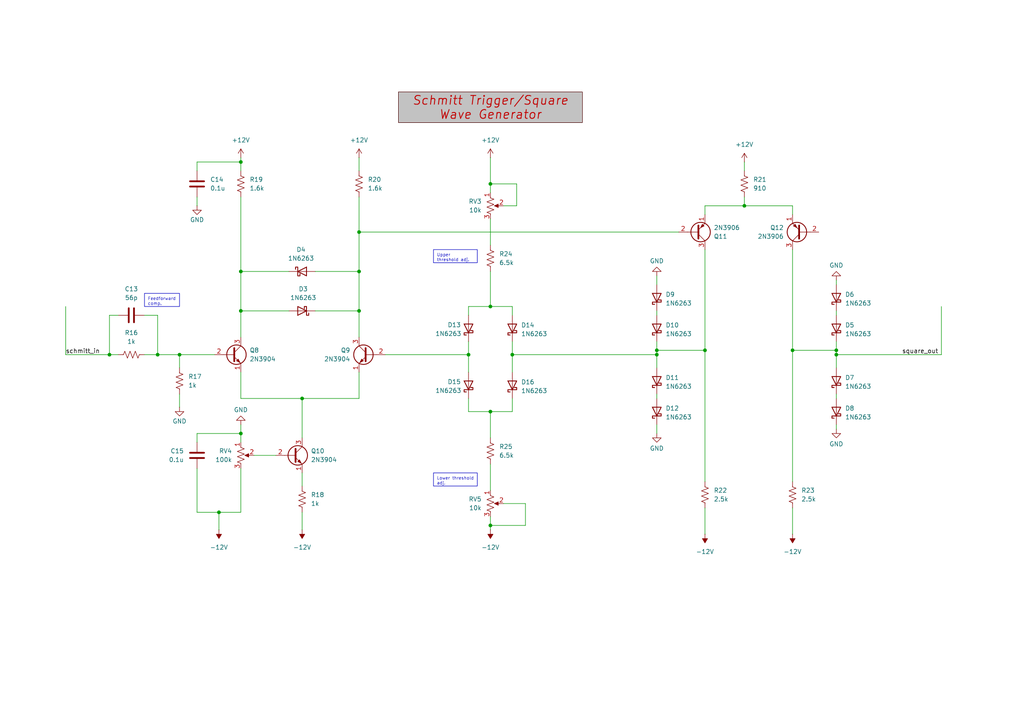
<source format=kicad_sch>
(kicad_sch (version 20250114) (generator "eeschema") (generator_version "9.0")
  (paper "A4")
  (lib_symbols
    (symbol "Device:C" (pin_numbers (hide yes)) (pin_names (offset 0.254))
      (property "Reference" "C" (at 0.635 2.54 0))
      (property "Value" "C" (at 0.635 -2.54 0))
      (symbol "C_0_1"
        (polyline (pts (xy -2.032 0.762) (xy 2.032 0.762)) (stroke (width 0.508)))
        (polyline (pts (xy -2.032 -0.762) (xy 2.032 -0.762)) (stroke (width 0.508)))
      )
      (symbol "C_1_1"
        (pin passive line (at 0 3.81 270) (length 2.794) (name "~") (number "1"))
        (pin passive line (at 0 -3.81 90) (length 2.794) (name "~") (number "2"))
      )
    )
    (symbol "Device:R_Potentiometer_US" (pin_names (offset 1.016) (hide yes))
      (property "Reference" "RV" (at -4.445 0 90))
      (property "Value" "R_Potentiometer_US" (at -2.54 0 90))
      (symbol "R_Potentiometer_US_0_1"
        (polyline (pts (xy 0 2.54) (xy 0 2.286)))
        (polyline (pts (xy 0 2.286) (xy 1.016 1.905) (xy 0 1.524) (xy -1.016 1.143) (xy 0 0.762)))
        (polyline (pts (xy 0 0.762) (xy 1.016 0.381) (xy 0 0) (xy -1.016 -0.381) (xy 0 -0.762)))
        (polyline (pts (xy 0 -0.762) (xy 1.016 -1.143) (xy 0 -1.524) (xy -1.016 -1.905) (xy 0 -2.286)))
        (polyline (pts (xy 0 -2.286) (xy 0 -2.54)))
        (polyline (pts (xy 1.143 0) (xy 2.286 0.508) (xy 2.286 -0.508) (xy 1.143 0)) (fill (type outline)))
        (polyline (pts (xy 2.54 0) (xy 1.524 0)))
      )
      (symbol "R_Potentiometer_US_1_1"
        (pin passive line (at 0 3.81 270) (length 1.27) (name "1") (number "1"))
        (pin passive line (at 0 -3.81 90) (length 1.27) (name "3") (number "3"))
        (pin passive line (at 3.81 0 180) (length 1.27) (name "2") (number "2"))
      )
    )
    (symbol "Device:R_US" (pin_numbers (hide yes)) (pin_names (offset 0))
      (property "Reference" "R" (at 2.54 0 90))
      (property "Value" "R_US" (at -2.54 0 90))
      (symbol "R_US_0_1"
        (polyline (pts (xy 0 2.286) (xy 0 2.54)))
        (polyline (pts (xy 0 2.286) (xy 1.016 1.905) (xy 0 1.524) (xy -1.016 1.143) (xy 0 0.762)))
        (polyline (pts (xy 0 0.762) (xy 1.016 0.381) (xy 0 0) (xy -1.016 -0.381) (xy 0 -0.762)))
        (polyline (pts (xy 0 -0.762) (xy 1.016 -1.143) (xy 0 -1.524) (xy -1.016 -1.905) (xy 0 -2.286)))
        (polyline (pts (xy 0 -2.286) (xy 0 -2.54)))
      )
      (symbol "R_US_1_1"
        (pin passive line (at 0 3.81 270) (length 1.27) (name "~") (number "1"))
        (pin passive line (at 0 -3.81 90) (length 1.27) (name "~") (number "2"))
      )
    )
    (symbol "Diode:1N6263" (pin_numbers (hide yes)) (pin_names (offset 1.016) (hide yes))
      (property "Reference" "D" (at 0 2.54 0))
      (property "Value" "1N6263" (at 0 -2.54 0))
      (symbol "1N6263_0_1"
        (polyline (pts (xy -1.905 0.635) (xy -1.905 1.27) (xy -1.27 1.27) (xy -1.27 -1.27) (xy -0.635 -1.27) (xy -0.635 -0.635)) (stroke (width 0.254)))
        (polyline (pts (xy 1.27 1.27) (xy 1.27 -1.27) (xy -1.27 0) (xy 1.27 1.27)) (stroke (width 0.254)))
        (polyline (pts (xy 1.27 0) (xy -1.27 0)))
      )
      (symbol "1N6263_1_1"
        (pin passive line (at -3.81 0 0) (length 2.54) (name "K") (number "1"))
        (pin passive line (at 3.81 0 180) (length 2.54) (name "A") (number "2"))
      )
    )
    (symbol "Transistor_BJT:2N3904" (pin_names (offset 0) (hide yes))
      (property "Reference" "Q" (at 5.08 1.905 0))
      (property "Value" "2N3904" (at 5.08 0 0))
      (symbol "2N3904_0_1"
        (polyline (pts (xy -2.54 0) (xy 0.635 0)))
        (polyline (pts (xy 0.635 1.905) (xy 0.635 -1.905)) (stroke (width 0.508)))
        (circle (center 1.27 0) (radius 2.8194) (stroke (width 0.254)))
      )
      (symbol "2N3904_1_1"
        (polyline (pts (xy 0.635 0.635) (xy 2.54 2.54)))
        (polyline (pts (xy 0.635 -0.635) (xy 2.54 -2.54)))
        (polyline (pts (xy 1.27 -1.778) (xy 1.778 -1.27) (xy 2.286 -2.286) (xy 1.27 -1.778)) (fill (type outline)))
        (pin input line (at -5.08 0 0) (length 2.54) (name "B") (number "2"))
        (pin passive line (at 2.54 5.08 270) (length 2.54) (name "C") (number "3"))
        (pin passive line (at 2.54 -5.08 90) (length 2.54) (name "E") (number "1"))
      )
    )
    (symbol "Transistor_BJT:2N3906" (pin_names (offset 0) (hide yes))
      (property "Reference" "Q" (at 5.08 1.905 0))
      (property "Value" "2N3906" (at 5.08 0 0))
      (symbol "2N3906_0_1"
        (polyline (pts (xy -2.54 0) (xy 0.635 0)))
        (polyline (pts (xy 0.635 1.905) (xy 0.635 -1.905)) (stroke (width 0.508)))
        (polyline (pts (xy 0.635 0.635) (xy 2.54 2.54)))
        (polyline (pts (xy 0.635 -0.635) (xy 2.54 -2.54)))
        (circle (center 1.27 0) (radius 2.8194) (stroke (width 0.254)))
        (polyline (pts (xy 2.286 -1.778) (xy 1.778 -2.286) (xy 1.27 -1.27) (xy 2.286 -1.778)) (fill (type outline)))
      )
      (symbol "2N3906_1_1"
        (pin input line (at -5.08 0 0) (length 2.54) (name "B") (number "2"))
        (pin passive line (at 2.54 5.08 270) (length 2.54) (name "C") (number "3"))
        (pin passive line (at 2.54 -5.08 90) (length 2.54) (name "E") (number "1"))
      )
    )
    (symbol "power:+12V" (power) (pin_numbers (hide yes)) (pin_names (offset 0) (hide yes))
      (property "Value" "+12V" (at 0 3.556 0))
      (symbol "+12V_0_1"
        (polyline (pts (xy -0.762 1.27) (xy 0 2.54)))
        (polyline (pts (xy 0 2.54) (xy 0.762 1.27)))
        (polyline (pts (xy 0 0) (xy 0 2.54)))
      )
      (symbol "+12V_1_1"
        (pin power_in line (at 0 0 90) (length 0) (name "~") (number "1"))
      )
    )
    (symbol "power:-12V" (power) (pin_numbers (hide yes)) (pin_names (offset 0) (hide yes))
      (property "Value" "-12V" (at 0 3.556 0))
      (symbol "-12V_0_0"
        (pin power_in line (at 0 0 90) (length 0) (name "~") (number "1"))
      )
      (symbol "-12V_0_1"
        (polyline (pts (xy 0 0) (xy 0 1.27) (xy 0.762 1.27) (xy 0 2.54) (xy -0.762 1.27) (xy 0 1.27)) (fill (type outline)))
      )
    )
    (symbol "power:GND" (power) (pin_numbers (hide yes)) (pin_names (offset 0) (hide yes))
      (property "Value" "GND" (at 0 -3.81 0))
      (symbol "GND_0_1"
        (polyline (pts (xy 0 0) (xy 0 -1.27) (xy 1.27 -1.27) (xy 0 -2.54) (xy -1.27 -1.27) (xy 0 -1.27)))
      )
      (symbol "GND_1_1"
        (pin power_in line (at 0 0 270) (length 0) (name "~") (number "1"))
      )
    )
  )
  (text_box "Feedforward comp." (at 41.91 85.09 0) (size 10.16 3.81) (margins 0.9525 0.9525 0.9525 0.9525) (effects (font (size 0.889 0.889) (thickness 0.0953)) (justify left top)))
  (text_box "Lower threshold adj.\n" (at 125.73 137.16 0) (size 12.7 3.81) (margins 0.9525 0.9525 0.9525 0.9525) (effects (font (size 0.889 0.889) (thickness 0.0953)) (justify left top)))
  (text_box "Schmitt Trigger/Square Wave Generator\n" (at 115.57 26.67 0) (size 53.34 8.89) (margins 0.9525 0.9525 0.9525 0.9525) (stroke (width 0) (color 72 0 0 1)) (fill (type color) (color 194 194 194 1)) (effects (font (size 2.54 2.54) (thickness 0.254) (bold yes) (italic yes))))
  (text_box "Upper threshold adj.\n" (at 125.73 72.39 0) (size 12.7 3.81) (margins 0.9525 0.9525 0.9525 0.9525) (effects (font (size 0.889 0.889) (thickness 0.0953)) (justify left top)))
  (junction (at 142.24 53.34))
  (junction (at 148.59 102.87))
  (junction (at 63.5 148.59))
  (junction (at 45.72 102.87))
  (junction (at 104.14 67.31))
  (junction (at 242.57 101.6))
  (junction (at 215.9 59.69))
  (junction (at 135.89 102.87))
  (junction (at 229.87 101.6))
  (junction (at 142.24 119.38))
  (junction (at 104.14 78.74))
  (junction (at 142.24 152.4))
  (junction (at 69.85 46.99))
  (junction (at 69.85 90.17))
  (junction (at 104.14 90.17))
  (junction (at 190.5 102.87))
  (junction (at 52.07 102.87))
  (junction (at 204.47 101.6))
  (junction (at 87.63 115.57))
  (junction (at 69.85 125.73))
  (junction (at 142.24 88.9))
  (junction (at 190.5 101.6))
  (junction (at 242.57 102.87))
  (junction (at 69.85 78.74))
  (junction (at 31.75 102.87))
  (wire (pts (xy 104.14 90.17) (xy 104.14 97.79)))
  (wire (pts (xy 104.14 57.15) (xy 104.14 67.31)))
  (wire (pts (xy 146.05 146.05) (xy 152.4 146.05)))
  (wire (pts (xy 57.15 135.89) (xy 57.15 148.59)))
  (wire (pts (xy 87.63 115.57) (xy 87.63 127)))
  (wire (pts (xy 142.24 45.72) (xy 142.24 53.34)))
  (wire (pts (xy 69.85 115.57) (xy 87.63 115.57)))
  (wire (pts (xy 149.86 53.34) (xy 149.86 59.69)))
  (wire (pts (xy 41.91 91.44) (xy 45.72 91.44)))
  (wire (pts (xy 135.89 91.44) (xy 135.89 88.9)))
  (wire (pts (xy 204.47 72.39) (xy 204.47 101.6)))
  (wire (pts (xy 52.07 114.3) (xy 52.07 118.11)))
  (wire (pts (xy 190.5 90.17) (xy 190.5 91.44)))
  (wire (pts (xy 63.5 148.59) (xy 57.15 148.59)))
  (wire (pts (xy 69.85 107.95) (xy 69.85 115.57)))
  (wire (pts (xy 204.47 101.6) (xy 204.47 139.7)))
  (wire (pts (xy 190.5 101.6) (xy 190.5 102.87)))
  (wire (pts (xy 148.59 102.87) (xy 148.59 107.95)))
  (wire (pts (xy 63.5 148.59) (xy 63.5 153.67)))
  (wire (pts (xy 142.24 152.4) (xy 142.24 153.67)))
  (wire (pts (xy 31.75 102.87) (xy 34.29 102.87)))
  (wire (pts (xy 242.57 90.17) (xy 242.57 91.44)))
  (wire (pts (xy 142.24 119.38) (xy 135.89 119.38)))
  (wire (pts (xy 69.85 46.99) (xy 69.85 49.53)))
  (wire (pts (xy 69.85 90.17) (xy 83.82 90.17)))
  (wire (pts (xy 87.63 115.57) (xy 104.14 115.57)))
  (wire (pts (xy 148.59 119.38) (xy 148.59 115.57)))
  (wire (pts (xy 242.57 102.87) (xy 273.05 102.87)))
  (wire (pts (xy 142.24 53.34) (xy 142.24 55.88)))
  (wire (pts (xy 87.63 148.59) (xy 87.63 153.67)))
  (wire (pts (xy 111.76 102.87) (xy 135.89 102.87)))
  (wire (pts (xy 142.24 63.5) (xy 142.24 71.12)))
  (wire (pts (xy 242.57 102.87) (xy 242.57 106.68)))
  (wire (pts (xy 242.57 99.06) (xy 242.57 101.6)))
  (wire (pts (xy 31.75 102.87) (xy 31.75 91.44)))
  (wire (pts (xy 142.24 152.4) (xy 152.4 152.4)))
  (wire (pts (xy 273.05 102.87) (xy 273.05 88.9)))
  (wire (pts (xy 204.47 59.69) (xy 215.9 59.69)))
  (wire (pts (xy 45.72 102.87) (xy 52.07 102.87)))
  (wire (pts (xy 142.24 88.9) (xy 142.24 78.74)))
  (wire (pts (xy 242.57 114.3) (xy 242.57 115.57)))
  (wire (pts (xy 229.87 101.6) (xy 229.87 139.7)))
  (wire (pts (xy 242.57 101.6) (xy 242.57 102.87)))
  (wire (pts (xy 57.15 46.99) (xy 57.15 49.53)))
  (wire (pts (xy 57.15 125.73) (xy 69.85 125.73)))
  (wire (pts (xy 242.57 81.28) (xy 242.57 82.55)))
  (wire (pts (xy 57.15 57.15) (xy 57.15 59.69)))
  (wire (pts (xy 148.59 99.06) (xy 148.59 102.87)))
  (wire (pts (xy 229.87 59.69) (xy 229.87 62.23)))
  (wire (pts (xy 19.05 102.87) (xy 19.05 88.9)))
  (wire (pts (xy 104.14 67.31) (xy 104.14 78.74)))
  (wire (pts (xy 69.85 57.15) (xy 69.85 78.74)))
  (wire (pts (xy 215.9 49.53) (xy 215.9 46.99)))
  (wire (pts (xy 104.14 78.74) (xy 104.14 90.17)))
  (wire (pts (xy 45.72 91.44) (xy 45.72 102.87)))
  (wire (pts (xy 142.24 149.86) (xy 142.24 152.4)))
  (wire (pts (xy 104.14 45.72) (xy 104.14 49.53)))
  (wire (pts (xy 149.86 53.34) (xy 142.24 53.34)))
  (wire (pts (xy 142.24 88.9) (xy 148.59 88.9)))
  (wire (pts (xy 190.5 114.3) (xy 190.5 115.57)))
  (wire (pts (xy 52.07 102.87) (xy 52.07 106.68)))
  (wire (pts (xy 142.24 127) (xy 142.24 119.38)))
  (wire (pts (xy 229.87 147.32) (xy 229.87 154.94)))
  (wire (pts (xy 135.89 99.06) (xy 135.89 102.87)))
  (wire (pts (xy 229.87 101.6) (xy 242.57 101.6)))
  (wire (pts (xy 142.24 134.62) (xy 142.24 142.24)))
  (wire (pts (xy 69.85 78.74) (xy 69.85 90.17)))
  (wire (pts (xy 190.5 80.01) (xy 190.5 82.55)))
  (wire (pts (xy 91.44 78.74) (xy 104.14 78.74)))
  (wire (pts (xy 148.59 102.87) (xy 190.5 102.87)))
  (wire (pts (xy 142.24 119.38) (xy 148.59 119.38)))
  (wire (pts (xy 204.47 147.32) (xy 204.47 154.94)))
  (wire (pts (xy 69.85 46.99) (xy 57.15 46.99)))
  (wire (pts (xy 87.63 137.16) (xy 87.63 140.97)))
  (wire (pts (xy 135.89 88.9) (xy 142.24 88.9)))
  (wire (pts (xy 69.85 78.74) (xy 83.82 78.74)))
  (wire (pts (xy 69.85 45.72) (xy 69.85 46.99)))
  (wire (pts (xy 91.44 90.17) (xy 104.14 90.17)))
  (wire (pts (xy 196.85 67.31) (xy 104.14 67.31)))
  (wire (pts (xy 152.4 146.05) (xy 152.4 152.4)))
  (wire (pts (xy 69.85 125.73) (xy 69.85 128.27)))
  (wire (pts (xy 104.14 107.95) (xy 104.14 115.57)))
  (wire (pts (xy 190.5 102.87) (xy 190.5 106.68)))
  (wire (pts (xy 229.87 72.39) (xy 229.87 101.6)))
  (wire (pts (xy 69.85 90.17) (xy 69.85 97.79)))
  (wire (pts (xy 204.47 62.23) (xy 204.47 59.69)))
  (wire (pts (xy 190.5 99.06) (xy 190.5 101.6)))
  (wire (pts (xy 215.9 59.69) (xy 229.87 59.69)))
  (wire (pts (xy 190.5 123.19) (xy 190.5 125.73)))
  (wire (pts (xy 31.75 91.44) (xy 34.29 91.44)))
  (wire (pts (xy 190.5 101.6) (xy 204.47 101.6)))
  (wire (pts (xy 19.05 102.87) (xy 31.75 102.87)))
  (wire (pts (xy 135.89 102.87) (xy 135.89 107.95)))
  (wire (pts (xy 148.59 91.44) (xy 148.59 88.9)))
  (wire (pts (xy 215.9 59.69) (xy 215.9 57.15)))
  (wire (pts (xy 41.91 102.87) (xy 45.72 102.87)))
  (wire (pts (xy 135.89 119.38) (xy 135.89 115.57)))
  (wire (pts (xy 63.5 148.59) (xy 69.85 148.59)))
  (wire (pts (xy 242.57 123.19) (xy 242.57 124.46)))
  (wire (pts (xy 52.07 102.87) (xy 62.23 102.87)))
  (wire (pts (xy 69.85 135.89) (xy 69.85 148.59)))
  (wire (pts (xy 146.05 59.69) (xy 149.86 59.69)))
  (wire (pts (xy 73.66 132.08) (xy 80.01 132.08)))
  (wire (pts (xy 69.85 123.19) (xy 69.85 125.73)))
  (wire (pts (xy 57.15 128.27) (xy 57.15 125.73)))
  (label "square_out" (at 261.62 102.87 0))
  (label "schmitt_in" (at 19.05 102.87 0))
  (symbol (lib_id "Device:R_US") (at 204.47 143.51 0) (unit 1)
    (property "Reference" "R22" (at 207.01 142.2399 0) (effects (justify left)))
    (property "Value" "2.5k" (at 207.01 144.7799 0) (effects (justify left)))
    (property "Footprint" "Resistor_SMD:R_0805_2012Metric_Pad1.20x1.40mm_HandSolder" (effects (hide yes)))
    (property "Description" "Resistor, US symbol" (effects (hide yes)))
  )
  (symbol (lib_id "power:+12V") (at 69.85 45.72 0) (unit 1)
    (property "Reference" "#PWR020" (effects (hide yes)))
    (property "Value" "+12V" (at 69.85 40.64 0))
    (property "Description" "Power symbol creates a global label with name \"+12V\"" (effects (hide yes)))
  )
  (symbol (lib_id "power:-12V") (at 229.87 154.94 180) (unit 1)
    (property "Reference" "#PWR028" (effects (hide yes)))
    (property "Value" "-12V" (at 229.87 160.02 0))
    (property "Description" "Power symbol creates a global label with name \"-12V\"" (effects (hide yes)))
  )
  (symbol (lib_id "Device:R_US") (at 229.87 143.51 0) (unit 1)
    (property "Reference" "R23" (at 232.41 142.2399 0) (effects (justify left)))
    (property "Value" "2.5k" (at 232.41 144.7799 0) (effects (justify left)))
    (property "Footprint" "Resistor_SMD:R_0805_2012Metric_Pad1.20x1.40mm_HandSolder" (effects (hide yes)))
    (property "Description" "Resistor, US symbol" (effects (hide yes)))
  )
  (symbol (lib_id "Device:R_US") (at 215.9 53.34 0) (unit 1)
    (property "Reference" "R21" (at 218.44 52.0699 0) (effects (justify left)))
    (property "Value" "910" (at 218.44 54.6099 0) (effects (justify left)))
    (property "Footprint" "Resistor_SMD:R_0805_2012Metric_Pad1.20x1.40mm_HandSolder" (effects (hide yes)))
    (property "Description" "Resistor, US symbol" (effects (hide yes)))
  )
  (symbol (lib_id "Diode:1N6263") (at 242.57 119.38 90) (unit 1)
    (property "Reference" "D8" (at 245.11 118.4274 90) (effects (justify right)))
    (property "Value" "1N6263" (at 245.11 120.9674 90) (effects (justify right)))
    (property "Footprint" "Diode_THT:D_DO-35_SOD27_P7.62mm_Horizontal" (effects (hide yes)))
    (property "Datasheet" "www.st.com/resource/en/datasheet/1n6263.pdf" (effects (hide yes)))
    (property "Description" "60V 15mA Schottky diode, DO-35" (effects (hide yes)))
  )
  (symbol (lib_id "Diode:1N6263") (at 148.59 95.25 90) (unit 1)
    (property "Reference" "D14" (at 151.13 94.2974 90) (effects (justify right)))
    (property "Value" "1N6263" (at 151.13 96.8374 90) (effects (justify right)))
    (property "Footprint" "Diode_THT:D_DO-35_SOD27_P7.62mm_Horizontal" (effects (hide yes)))
    (property "Datasheet" "www.st.com/resource/en/datasheet/1n6263.pdf" (effects (hide yes)))
    (property "Description" "60V 15mA Schottky diode, DO-35" (effects (hide yes)))
  )
  (symbol (lib_id "Device:R_US") (at 142.24 130.81 0) (unit 1)
    (property "Reference" "R25" (at 144.78 129.5399 0) (effects (justify left)))
    (property "Value" "6.5k" (at 144.78 132.0799 0) (effects (justify left)))
    (property "Footprint" "Resistor_SMD:R_0805_2012Metric_Pad1.20x1.40mm_HandSolder" (effects (hide yes)))
    (property "Description" "Resistor, US symbol" (effects (hide yes)))
  )
  (symbol (lib_id "Diode:1N6263") (at 242.57 95.25 90) (unit 1)
    (property "Reference" "D5" (at 245.11 94.2974 90) (effects (justify right)))
    (property "Value" "1N6263" (at 245.11 96.8374 90) (effects (justify right)))
    (property "Footprint" "Diode_THT:D_DO-35_SOD27_P7.62mm_Horizontal" (effects (hide yes)))
    (property "Datasheet" "www.st.com/resource/en/datasheet/1n6263.pdf" (effects (hide yes)))
    (property "Description" "60V 15mA Schottky diode, DO-35" (effects (hide yes)))
  )
  (symbol (lib_id "Diode:1N6263") (at 87.63 90.17 180) (unit 1)
    (property "Reference" "D3" (at 87.9475 83.82 0))
    (property "Value" "1N6263" (at 87.9475 86.36 0))
    (property "Footprint" "Diode_THT:D_DO-35_SOD27_P7.62mm_Horizontal" (effects (hide yes)))
    (property "Datasheet" "www.st.com/resource/en/datasheet/1n6263.pdf" (effects (hide yes)))
    (property "Description" "60V 15mA Schottky diode, DO-35" (effects (hide yes)))
  )
  (symbol (lib_id "Device:R_US") (at 142.24 74.93 0) (unit 1)
    (property "Reference" "R24" (at 144.78 73.6599 0) (effects (justify left)))
    (property "Value" "6.5k" (at 144.78 76.1999 0) (effects (justify left)))
    (property "Footprint" "Resistor_SMD:R_0805_2012Metric_Pad1.20x1.40mm_HandSolder" (effects (hide yes)))
    (property "Description" "Resistor, US symbol" (effects (hide yes)))
  )
  (symbol (lib_id "power:GND") (at 57.15 59.69 0) (unit 1)
    (property "Reference" "#PWR025" (effects (hide yes)))
    (property "Value" "GND" (at 57.15 63.754 0))
    (property "Description" "Power symbol creates a global label with name \"GND\" , ground" (effects (hide yes)))
  )
  (symbol (lib_id "Diode:1N6263") (at 190.5 110.49 90) (unit 1)
    (property "Reference" "D11" (at 193.04 109.5374 90) (effects (justify right)))
    (property "Value" "1N6263" (at 193.04 112.0774 90) (effects (justify right)))
    (property "Footprint" "Diode_THT:D_DO-35_SOD27_P7.62mm_Horizontal" (effects (hide yes)))
    (property "Datasheet" "www.st.com/resource/en/datasheet/1n6263.pdf" (effects (hide yes)))
    (property "Description" "60V 15mA Schottky diode, DO-35" (effects (hide yes)))
  )
  (symbol (lib_id "Device:R_US") (at 87.63 144.78 0) (unit 1)
    (property "Reference" "R18" (at 90.17 143.5099 0) (effects (justify left)))
    (property "Value" "1k" (at 90.17 146.0499 0) (effects (justify left)))
    (property "Footprint" "Resistor_SMD:R_0805_2012Metric_Pad1.20x1.40mm_HandSolder" (effects (hide yes)))
    (property "Description" "Resistor, US symbol" (effects (hide yes)))
  )
  (symbol (lib_id "Device:R_Potentiometer_US") (at 142.24 59.69 0) (unit 1)
    (property "Reference" "RV3" (at 139.7 58.4199 0) (effects (justify right)))
    (property "Value" "10k" (at 139.7 60.9599 0) (effects (justify right)))
    (property "Footprint" "Potentiometer_SMD:Potentiometer_ACP_CA6-VSMD_Vertical" (effects (hide yes)))
    (property "Description" "Potentiometer, US symbol" (effects (hide yes)))
  )
  (symbol (lib_id "power:+12V") (at 142.24 45.72 0) (unit 1)
    (property "Reference" "#PWR033" (effects (hide yes)))
    (property "Value" "+12V" (at 142.24 40.64 0))
    (property "Description" "Power symbol creates a global label with name \"+12V\"" (effects (hide yes)))
  )
  (symbol (lib_id "Transistor_BJT:2N3904") (at 67.31 102.87 0) (unit 1)
    (property "Reference" "Q8" (at 72.39 101.5999 0) (effects (justify left)))
    (property "Value" "2N3904" (at 72.39 104.1399 0) (effects (justify left)))
    (property "Footprint" "Package_TO_SOT_THT:TO-92_Inline" (effects (hide yes)))
    (property "Datasheet" "https://www.onsemi.com/pub/Collateral/2N3903-D.PDF" (effects (hide yes)))
    (property "Description" "0.2A Ic, 40V Vce, Small Signal NPN Transistor, TO-92" (effects (hide yes)))
  )
  (symbol (lib_id "power:-12V") (at 204.47 154.94 180) (unit 1)
    (property "Reference" "#PWR027" (effects (hide yes)))
    (property "Value" "-12V" (at 204.47 160.02 0))
    (property "Description" "Power symbol creates a global label with name \"-12V\"" (effects (hide yes)))
  )
  (symbol (lib_id "Transistor_BJT:2N3904") (at 106.68 102.87 0) (mirror y) (unit 1)
    (property "Reference" "Q9" (at 101.6 101.5999 0) (effects (justify left)))
    (property "Value" "2N3904" (at 101.6 104.1399 0) (effects (justify left)))
    (property "Footprint" "Package_TO_SOT_THT:TO-92_Inline" (effects (hide yes)))
    (property "Datasheet" "https://www.onsemi.com/pub/Collateral/2N3903-D.PDF" (effects (hide yes)))
    (property "Description" "0.2A Ic, 40V Vce, Small Signal NPN Transistor, TO-92" (effects (hide yes)))
  )
  (symbol (lib_id "Transistor_BJT:2N3906") (at 232.41 67.31 180) (unit 1)
    (property "Reference" "Q12" (at 227.33 66.0399 0) (effects (justify left)))
    (property "Value" "2N3906" (at 227.33 68.5799 0) (effects (justify left)))
    (property "Footprint" "Package_TO_SOT_THT:TO-92_Inline" (effects (hide yes)))
    (property "Datasheet" "https://www.onsemi.com/pub/Collateral/2N3906-D.PDF" (effects (hide yes)))
    (property "Description" "-0.2A Ic, -40V Vce, Small Signal PNP Transistor, TO-92" (effects (hide yes)))
  )
  (symbol (lib_id "Diode:1N6263") (at 190.5 95.25 90) (unit 1)
    (property "Reference" "D10" (at 193.04 94.2974 90) (effects (justify right)))
    (property "Value" "1N6263" (at 193.04 96.8374 90) (effects (justify right)))
    (property "Footprint" "Diode_THT:D_DO-35_SOD27_P7.62mm_Horizontal" (effects (hide yes)))
    (property "Datasheet" "www.st.com/resource/en/datasheet/1n6263.pdf" (effects (hide yes)))
    (property "Description" "60V 15mA Schottky diode, DO-35" (effects (hide yes)))
  )
  (symbol (lib_id "Device:C") (at 57.15 132.08 0) (mirror x) (unit 1)
    (property "Reference" "C15" (at 53.34 130.8099 0) (effects (justify right)))
    (property "Value" "0.1u" (at 53.34 133.3499 0) (effects (justify right)))
    (property "Footprint" "Capacitor_SMD:C_0805_2012Metric_Pad1.18x1.45mm_HandSolder" (effects (hide yes)))
    (property "Description" "Unpolarized capacitor" (effects (hide yes)))
  )
  (symbol (lib_id "power:+12V") (at 104.14 45.72 0) (unit 1)
    (property "Reference" "#PWR024" (effects (hide yes)))
    (property "Value" "+12V" (at 104.14 40.64 0))
    (property "Description" "Power symbol creates a global label with name \"+12V\"" (effects (hide yes)))
  )
  (symbol (lib_id "Device:C") (at 38.1 91.44 90) (unit 1)
    (property "Reference" "C13" (at 38.1 83.82 90))
    (property "Value" "56p" (at 38.1 86.36 90))
    (property "Footprint" "Capacitor_SMD:C_0805_2012Metric_Pad1.18x1.45mm_HandSolder" (effects (hide yes)))
    (property "Description" "Unpolarized capacitor" (effects (hide yes)))
  )
  (symbol (lib_id "power:GND") (at 190.5 80.01 180) (unit 1)
    (property "Reference" "#PWR031" (effects (hide yes)))
    (property "Value" "GND" (at 190.5 75.692 0))
    (property "Description" "Power symbol creates a global label with name \"GND\" , ground" (effects (hide yes)))
  )
  (symbol (lib_id "Device:R_US") (at 104.14 53.34 0) (unit 1)
    (property "Reference" "R20" (at 106.68 52.0699 0) (effects (justify left)))
    (property "Value" "1.6k" (at 106.68 54.6099 0) (effects (justify left)))
    (property "Footprint" "Resistor_SMD:R_0805_2012Metric_Pad1.20x1.40mm_HandSolder" (effects (hide yes)))
    (property "Description" "Resistor, US symbol" (effects (hide yes)))
  )
  (symbol (lib_id "Transistor_BJT:2N3906") (at 201.93 67.31 0) (mirror x) (unit 1)
    (property "Reference" "Q11" (at 207.01 68.5801 0) (effects (justify left)))
    (property "Value" "2N3906" (at 207.01 66.0401 0) (effects (justify left)))
    (property "Footprint" "Package_TO_SOT_THT:TO-92_Inline" (effects (hide yes)))
    (property "Datasheet" "https://www.onsemi.com/pub/Collateral/2N3906-D.PDF" (effects (hide yes)))
    (property "Description" "-0.2A Ic, -40V Vce, Small Signal PNP Transistor, TO-92" (effects (hide yes)))
  )
  (symbol (lib_id "power:GND") (at 242.57 81.28 180) (unit 1)
    (property "Reference" "#PWR029" (effects (hide yes)))
    (property "Value" "GND" (at 242.57 76.962 0))
    (property "Description" "Power symbol creates a global label with name \"GND\" , ground" (effects (hide yes)))
  )
  (symbol (lib_id "power:-12V") (at 87.63 153.67 180) (unit 1)
    (property "Reference" "#PWR023" (effects (hide yes)))
    (property "Value" "-12V" (at 87.63 158.75 0))
    (property "Description" "Power symbol creates a global label with name \"-12V\"" (effects (hide yes)))
  )
  (symbol (lib_id "Device:R_US") (at 38.1 102.87 90) (unit 1)
    (property "Reference" "R16" (at 38.1 96.52 90))
    (property "Value" "1k" (at 38.1 99.06 90))
    (property "Footprint" "Resistor_SMD:R_0805_2012Metric_Pad1.20x1.40mm_HandSolder" (effects (hide yes)))
    (property "Description" "Resistor, US symbol" (effects (hide yes)))
  )
  (symbol (lib_id "Diode:1N6263") (at 190.5 86.36 90) (unit 1)
    (property "Reference" "D9" (at 193.04 85.4074 90) (effects (justify right)))
    (property "Value" "1N6263" (at 193.04 87.9474 90) (effects (justify right)))
    (property "Footprint" "Diode_THT:D_DO-35_SOD27_P7.62mm_Horizontal" (effects (hide yes)))
    (property "Datasheet" "www.st.com/resource/en/datasheet/1n6263.pdf" (effects (hide yes)))
    (property "Description" "60V 15mA Schottky diode, DO-35" (effects (hide yes)))
  )
  (symbol (lib_id "power:-12V") (at 63.5 153.67 180) (unit 1)
    (property "Reference" "#PWR021" (effects (hide yes)))
    (property "Value" "-12V" (at 63.5 158.75 0))
    (property "Description" "Power symbol creates a global label with name \"-12V\"" (effects (hide yes)))
  )
  (symbol (lib_id "Device:R_US") (at 69.85 53.34 0) (unit 1)
    (property "Reference" "R19" (at 72.39 52.0699 0) (effects (justify left)))
    (property "Value" "1.6k" (at 72.39 54.6099 0) (effects (justify left)))
    (property "Footprint" "Resistor_SMD:R_0805_2012Metric_Pad1.20x1.40mm_HandSolder" (effects (hide yes)))
    (property "Description" "Resistor, US symbol" (effects (hide yes)))
  )
  (symbol (lib_id "power:GND") (at 69.85 123.19 180) (unit 1)
    (property "Reference" "#PWR022" (effects (hide yes)))
    (property "Value" "GND" (at 69.85 118.872 0))
    (property "Description" "Power symbol creates a global label with name \"GND\" , ground" (effects (hide yes)))
  )
  (symbol (lib_id "Diode:1N6263") (at 148.59 111.76 90) (unit 1)
    (property "Reference" "D16" (at 151.13 110.8074 90) (effects (justify right)))
    (property "Value" "1N6263" (at 151.13 113.3474 90) (effects (justify right)))
    (property "Footprint" "Diode_THT:D_DO-35_SOD27_P7.62mm_Horizontal" (effects (hide yes)))
    (property "Datasheet" "www.st.com/resource/en/datasheet/1n6263.pdf" (effects (hide yes)))
    (property "Description" "60V 15mA Schottky diode, DO-35" (effects (hide yes)))
  )
  (symbol (lib_id "power:+12V") (at 215.9 46.99 0) (unit 1)
    (property "Reference" "#PWR026" (effects (hide yes)))
    (property "Value" "+12V" (at 215.9 41.91 0))
    (property "Description" "Power symbol creates a global label with name \"+12V\"" (effects (hide yes)))
  )
  (symbol (lib_id "Device:R_Potentiometer_US") (at 69.85 132.08 0) (unit 1)
    (property "Reference" "RV4" (at 67.31 130.8099 0) (effects (justify right)))
    (property "Value" "100k" (at 67.31 133.3499 0) (effects (justify right)))
    (property "Description" "Potentiometer, US symbol" (effects (hide yes)))
  )
  (symbol (lib_id "power:-12V") (at 142.24 153.67 180) (unit 1)
    (property "Reference" "#PWR034" (effects (hide yes)))
    (property "Value" "-12V" (at 142.24 158.75 0))
    (property "Description" "Power symbol creates a global label with name \"-12V\"" (effects (hide yes)))
  )
  (symbol (lib_id "Diode:1N6263") (at 242.57 110.49 90) (unit 1)
    (property "Reference" "D7" (at 245.11 109.5374 90) (effects (justify right)))
    (property "Value" "1N6263" (at 245.11 112.0774 90) (effects (justify right)))
    (property "Footprint" "Diode_THT:D_DO-35_SOD27_P7.62mm_Horizontal" (effects (hide yes)))
    (property "Datasheet" "www.st.com/resource/en/datasheet/1n6263.pdf" (effects (hide yes)))
    (property "Description" "60V 15mA Schottky diode, DO-35" (effects (hide yes)))
  )
  (symbol (lib_id "Diode:1N6263") (at 87.63 78.74 0) (unit 1)
    (property "Reference" "D4" (at 87.3125 72.39 0))
    (property "Value" "1N6263" (at 87.3125 74.93 0))
    (property "Footprint" "Diode_THT:D_DO-35_SOD27_P7.62mm_Horizontal" (effects (hide yes)))
    (property "Datasheet" "www.st.com/resource/en/datasheet/1n6263.pdf" (effects (hide yes)))
    (property "Description" "60V 15mA Schottky diode, DO-35" (effects (hide yes)))
  )
  (symbol (lib_id "Device:R_US") (at 52.07 110.49 0) (unit 1)
    (property "Reference" "R17" (at 54.61 109.2199 0) (effects (justify left)))
    (property "Value" "1k" (at 54.61 111.7599 0) (effects (justify left)))
    (property "Footprint" "Resistor_SMD:R_0805_2012Metric_Pad1.20x1.40mm_HandSolder" (effects (hide yes)))
    (property "Description" "Resistor, US symbol" (effects (hide yes)))
  )
  (symbol (lib_id "Diode:1N6263") (at 190.5 119.38 90) (unit 1)
    (property "Reference" "D12" (at 193.04 118.4274 90) (effects (justify right)))
    (property "Value" "1N6263" (at 193.04 120.9674 90) (effects (justify right)))
    (property "Footprint" "Diode_THT:D_DO-35_SOD27_P7.62mm_Horizontal" (effects (hide yes)))
    (property "Datasheet" "www.st.com/resource/en/datasheet/1n6263.pdf" (effects (hide yes)))
    (property "Description" "60V 15mA Schottky diode, DO-35" (effects (hide yes)))
  )
  (symbol (lib_id "Diode:1N6263") (at 135.89 95.25 90) (unit 1)
    (property "Reference" "D13" (at 129.794 94.234 90) (effects (justify right)))
    (property "Value" "1N6263" (at 126.238 96.774 90) (effects (justify right)))
    (property "Footprint" "Diode_THT:D_DO-35_SOD27_P7.62mm_Horizontal" (effects (hide yes)))
    (property "Datasheet" "www.st.com/resource/en/datasheet/1n6263.pdf" (effects (hide yes)))
    (property "Description" "60V 15mA Schottky diode, DO-35" (effects (hide yes)))
  )
  (symbol (lib_id "Device:R_Potentiometer_US") (at 142.24 146.05 0) (unit 1)
    (property "Reference" "RV5" (at 139.7 144.7799 0) (effects (justify right)))
    (property "Value" "10k" (at 139.7 147.3199 0) (effects (justify right)))
    (property "Footprint" "Potentiometer_SMD:Potentiometer_ACP_CA6-VSMD_Vertical" (effects (hide yes)))
    (property "Description" "Potentiometer, US symbol" (effects (hide yes)))
  )
  (symbol (lib_id "Device:C") (at 57.15 53.34 180) (unit 1)
    (property "Reference" "C14" (at 60.96 52.0699 0) (effects (justify right)))
    (property "Value" "0.1u" (at 60.96 54.6099 0) (effects (justify right)))
    (property "Footprint" "Capacitor_SMD:C_0805_2012Metric_Pad1.18x1.45mm_HandSolder" (effects (hide yes)))
    (property "Description" "Unpolarized capacitor" (effects (hide yes)))
  )
  (symbol (lib_id "Transistor_BJT:2N3904") (at 85.09 132.08 0) (unit 1)
    (property "Reference" "Q10" (at 90.17 130.8099 0) (effects (justify left)))
    (property "Value" "2N3904" (at 90.17 133.3499 0) (effects (justify left)))
    (property "Footprint" "Package_TO_SOT_THT:TO-92_Inline" (effects (hide yes)))
    (property "Datasheet" "https://www.onsemi.com/pub/Collateral/2N3903-D.PDF" (effects (hide yes)))
    (property "Description" "0.2A Ic, 40V Vce, Small Signal NPN Transistor, TO-92" (effects (hide yes)))
  )
  (symbol (lib_id "power:GND") (at 190.5 125.73 0) (unit 1)
    (property "Reference" "#PWR032" (effects (hide yes)))
    (property "Value" "GND" (at 190.5 130.048 0))
    (property "Description" "Power symbol creates a global label with name \"GND\" , ground" (effects (hide yes)))
  )
  (symbol (lib_id "Diode:1N6263") (at 242.57 86.36 90) (unit 1)
    (property "Reference" "D6" (at 245.11 85.4074 90) (effects (justify right)))
    (property "Value" "1N6263" (at 245.11 87.9474 90) (effects (justify right)))
    (property "Footprint" "Diode_THT:D_DO-35_SOD27_P7.62mm_Horizontal" (effects (hide yes)))
    (property "Datasheet" "www.st.com/resource/en/datasheet/1n6263.pdf" (effects (hide yes)))
    (property "Description" "60V 15mA Schottky diode, DO-35" (effects (hide yes)))
  )
  (symbol (lib_id "power:GND") (at 242.57 124.46 0) (unit 1)
    (property "Reference" "#PWR030" (effects (hide yes)))
    (property "Value" "GND" (at 242.57 128.778 0))
    (property "Description" "Power symbol creates a global label with name \"GND\" , ground" (effects (hide yes)))
  )
  (symbol (lib_id "power:GND") (at 52.07 118.11 0) (unit 1)
    (property "Reference" "#PWR019" (effects (hide yes)))
    (property "Value" "GND" (at 52.07 122.174 0))
    (property "Description" "Power symbol creates a global label with name \"GND\" , ground" (effects (hide yes)))
  )
  (symbol (lib_id "Diode:1N6263") (at 135.89 111.76 90) (unit 1)
    (property "Reference" "D15" (at 129.794 110.744 90) (effects (justify right)))
    (property "Value" "1N6263" (at 126.238 113.284 90) (effects (justify right)))
    (property "Footprint" "Diode_THT:D_DO-35_SOD27_P7.62mm_Horizontal" (effects (hide yes)))
    (property "Datasheet" "www.st.com/resource/en/datasheet/1n6263.pdf" (effects (hide yes)))
    (property "Description" "60V 15mA Schottky diode, DO-35" (effects (hide yes)))
  )
)
</source>
